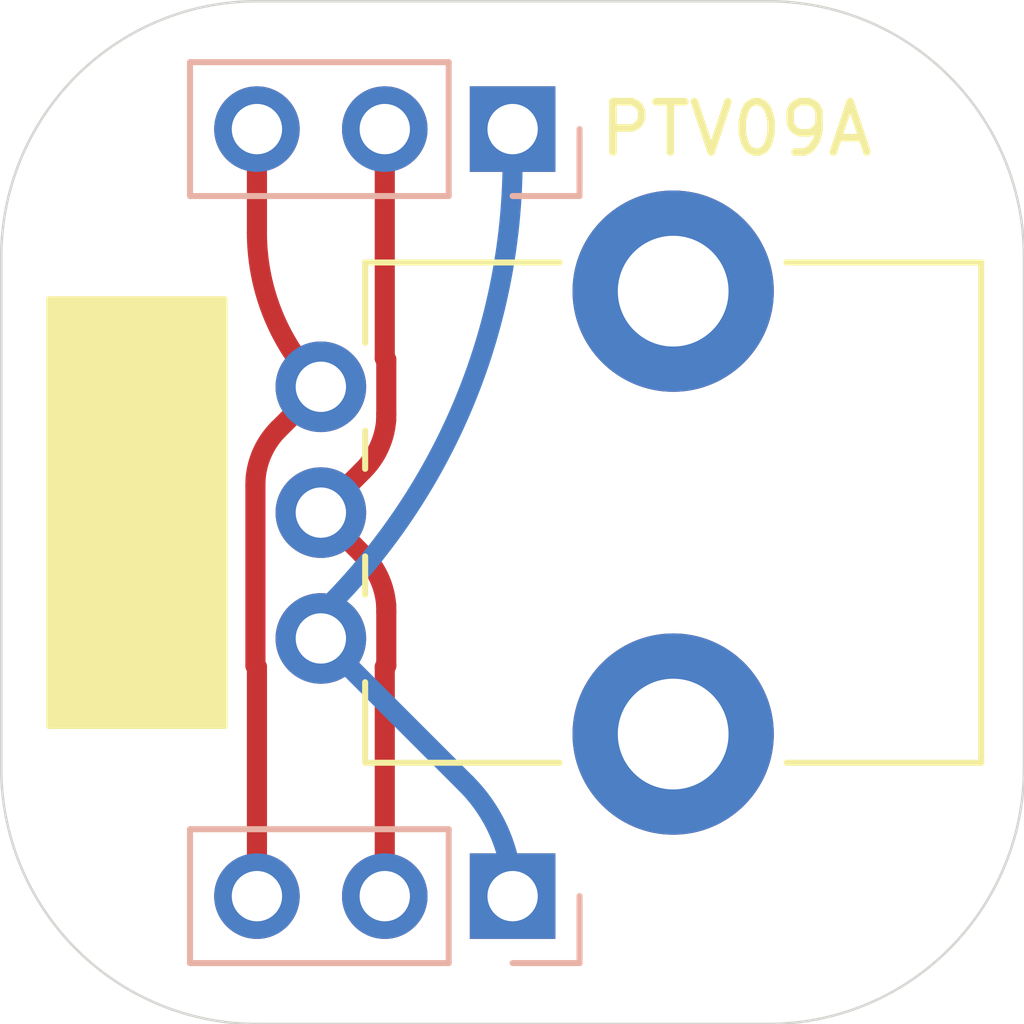
<source format=kicad_pcb>
(kicad_pcb (version 20240108) (generator "pcbnew") (generator_version "8.0")
  (layers (0 "F.Cu" signal) (31 "B.Cu" signal) (34 "B.Paste" user) (35 "F.Paste" user) (36 "B.SilkS" user "B.Silkscreen") (37 "F.SilkS" user "F.Silkscreen") (38 "B.Mask" user) (39 "F.Mask" user) (44 "Edge.Cuts" user))
  (net 0 "")
  (net 1 "2")
  (net 2 "1")
  (net 3 "3")
  (footprint "Potentiometer_THT:Potentiometer_Bourns_PTV09A-1_Single_Vertical" (layer "F.Cu") (at 149.86 106.64)
    (property "Reference" "RV1" (hide yes))
    (property "Value" "PTV09A" (at 8.255 -10.12 0) (layer "F.SilkS"))
    (fp_line (start 0.88 -7.47) (end 0.88 -5.871) (stroke (width 0.12)) (layer "F.SilkS"))
    (fp_line (start 0.88 -7.47) (end 4.745 -7.47) (stroke (width 0.12)) (layer "F.SilkS"))
    (fp_line (start 0.88 -4.129) (end 0.88 -3.37) (stroke (width 0.12)) (layer "F.SilkS"))
    (fp_line (start 0.88 -1.629) (end 0.88 -0.87) (stroke (width 0.12)) (layer "F.SilkS"))
    (fp_line (start 0.88 0.87) (end 0.88 2.47) (stroke (width 0.12)) (layer "F.SilkS"))
    (fp_line (start 0.88 2.47) (end 4.745 2.47) (stroke (width 0.12)) (layer "F.SilkS"))
    (fp_line (start 9.255 -7.47) (end 13.12 -7.47) (stroke (width 0.12)) (layer "F.SilkS"))
    (fp_line (start 9.255 2.47) (end 13.12 2.47) (stroke (width 0.12)) (layer "F.SilkS"))
    (fp_line (start 13.12 -7.47) (end 13.12 2.47) (stroke (width 0.12)) (layer "F.SilkS"))
    (pad "" np_thru_hole circle (at 7 -6.9) (size 4 4) (drill 2.2) (layers "F&B.Cu" "*.Mask"))
    (pad "" np_thru_hole circle (at 7 1.9) (size 4 4) (drill 2.2) (layers "F&B.Cu" "*.Mask"))
    (pad "1" thru_hole circle (at 0 0) (size 1.8 1.8) (drill 1) (layers "*.Cu" "*.Mask") (net 2 "1"))
    (pad "2" thru_hole circle (at 0 -2.5) (size 1.8 1.8) (drill 1) (layers "*.Cu" "*.Mask") (net 1 "2"))
    (pad "3" thru_hole circle (at 0 -5) (size 1.8 1.8) (drill 1) (layers "*.Cu" "*.Mask") (net 3 "3"))
  )
  (footprint "Connector_PinHeader_2.54mm:PinHeader_1x03_P2.54mm_Vertical" (layer "B.Cu") (at 153.67 111.76 90)
    (property "Reference" "J2" (hide yes))
    (property "Value" "Conn_01x03" (hide yes))
    (fp_line (start 1.33 -6.41) (end -1.33 -6.41) (stroke (width 0.12)) (layer "B.SilkS"))
    (fp_line (start 1.33 -6.41) (end 1.33 -1.27) (stroke (width 0.12)) (layer "B.SilkS"))
    (fp_line (start -1.33 -6.41) (end -1.33 -1.27) (stroke (width 0.12)) (layer "B.SilkS"))
    (fp_line (start 1.33 -1.27) (end -1.33 -1.27) (stroke (width 0.12)) (layer "B.SilkS"))
    (fp_line (start 0 1.33) (end -1.33 1.33) (stroke (width 0.12)) (layer "B.SilkS"))
    (fp_line (start -1.33 1.33) (end -1.33 0) (stroke (width 0.12)) (layer "B.SilkS"))
    (pad "1" thru_hole rect (at 0 0 90) (size 1.7 1.7) (drill 1) (layers "*.Cu" "*.Mask") (net 2 "1"))
    (pad "2" thru_hole oval (at 0 -2.54 90) (size 1.7 1.7) (drill 1) (layers "*.Cu" "*.Mask") (net 1 "2"))
    (pad "3" thru_hole oval (at 0 -5.08 90) (size 1.7 1.7) (drill 1) (layers "*.Cu" "*.Mask") (net 3 "3"))
  )
  (footprint "Connector_PinHeader_2.54mm:PinHeader_1x03_P2.54mm_Vertical" (layer "B.Cu") (at 153.67 96.52 90)
    (property "Reference" "J1" (hide yes))
    (property "Value" "Conn_01x03" (hide yes))
    (fp_line (start 1.33 -6.41) (end -1.33 -6.41) (stroke (width 0.12)) (layer "B.SilkS"))
    (fp_line (start 1.33 -6.41) (end 1.33 -1.27) (stroke (width 0.12)) (layer "B.SilkS"))
    (fp_line (start -1.33 -6.41) (end -1.33 -1.27) (stroke (width 0.12)) (layer "B.SilkS"))
    (fp_line (start 1.33 -1.27) (end -1.33 -1.27) (stroke (width 0.12)) (layer "B.SilkS"))
    (fp_line (start 0 1.33) (end -1.33 1.33) (stroke (width 0.12)) (layer "B.SilkS"))
    (fp_line (start -1.33 1.33) (end -1.33 0) (stroke (width 0.12)) (layer "B.SilkS"))
    (pad "1" thru_hole rect (at 0 0 90) (size 1.7 1.7) (drill 1) (layers "*.Cu" "*.Mask") (net 2 "1"))
    (pad "2" thru_hole oval (at 0 -2.54 90) (size 1.7 1.7) (drill 1) (layers "*.Cu" "*.Mask") (net 1 "2"))
    (pad "3" thru_hole oval (at 0 -5.08 90) (size 1.7 1.7) (drill 1) (layers "*.Cu" "*.Mask") (net 3 "3"))
  )
  (gr_rect (start 144.455 99.89) (end 147.955 108.39) (stroke (width 0.1)) (fill solid) (layer "F.SilkS"))
  (gr_line (start 143.51 109.22) (end 143.51 99.06) (stroke (width 0.05)) (layer "Edge.Cuts"))
  (gr_arc (start 143.51 99.06) (mid 144.997898 95.467898) (end 148.59 93.98) (stroke (width 0.05)) (layer "Edge.Cuts"))
  (gr_arc (start 163.83 109.22) (mid 162.342102 112.812102) (end 158.75 114.3) (stroke (width 0.05)) (layer "Edge.Cuts"))
  (gr_arc (start 158.75 93.98) (mid 162.342102 95.467898) (end 163.83 99.06) (stroke (width 0.05)) (layer "Edge.Cuts"))
  (gr_line (start 158.75 114.3) (end 148.59 114.3) (stroke (width 0.05)) (layer "Edge.Cuts"))
  (gr_line (start 163.83 99.06) (end 163.83 109.22) (stroke (width 0.05)) (layer "Edge.Cuts"))
  (gr_line (start 148.59 93.98) (end 158.75 93.98) (stroke (width 0.05)) (layer "Edge.Cuts"))
  (gr_arc (start 148.59 114.3) (mid 144.997898 112.812102) (end 143.51 109.22) (stroke (width 0.05)) (layer "Edge.Cuts"))
  (segment (start 151.16 107.178478) (end 151.16 106.101522) (width 0.4) (layer "F.Cu") (net 1))
  (segment (start 151.16 101.101522) (end 151.16 102.178478) (width 0.4) (layer "F.Cu") (net 1))
  (segment (start 151.13 96.52) (end 151.13 101.071522) (width 0.4) (layer "F.Cu") (net 1))
  (segment (start 151.16 106.101522) (end 151.15754 105.976024) (width 0.4) (layer "F.Cu") (net 1))
  (segment (start 151.16 102.178478) (end 151.15754 102.303976) (width 0.4) (layer "F.Cu") (net 1))
  (segment (start 150.692233 104.972234) (end 149.86 104.14) (width 0.4) (layer "F.Cu") (net 1))
  (segment (start 151.13 107.208478) (end 151.16 107.178478) (width 0.4) (layer "F.Cu") (net 1))
  (segment (start 151.13 101.071522) (end 151.16 101.101522) (width 0.4) (layer "F.Cu") (net 1))
  (segment (start 150.692233 103.307766) (end 149.86 104.14) (width 0.4) (layer "F.Cu") (net 1))
  (segment (start 151.13 111.76) (end 151.13 107.208478) (width 0.4) (layer "F.Cu") (net 1))
  (arc (start 151.15754 105.976024) (mid 151.015553 105.431858) (end 150.692233 104.972234) (width 0.4) (layer "F.Cu") (net 1))
  (arc (start 151.15754 102.303976) (mid 151.015553 102.848142) (end 150.692233 103.307766) (width 0.4) (layer "F.Cu") (net 1))
  (segment (start 149.86 106.64) (end 149.862461 106.514502) (width 0.4) (layer "B.Cu") (net 2))
  (segment (start 153.67 97.11771) (end 153.67 96.52) (width 0.4) (layer "B.Cu") (net 2))
  (segment (start 149.862461 106.514502) (end 149.901725 106.266597) (width 0.4) (layer "B.Cu") (net 2))
  (segment (start 149.901725 106.266597) (end 149.979284 106.027886) (width 0.4) (layer "B.Cu") (net 2))
  (segment (start 149.86 106.64) (end 152.74369 109.52369) (width 0.4) (layer "B.Cu") (net 2))
  (arc (start 152.74369 109.52369) (mid 153.42926 110.549718) (end 153.67 111.76) (width 0.4) (layer "B.Cu") (net 2))
  (arc (start 149.979284 106.027886) (mid 152.710814 101.939862) (end 153.67 97.11771) (width 0.4) (layer "B.Cu") (net 2))
  (segment (start 148.56 107.178478) (end 148.56 103.601522) (width 0.4) (layer "F.Cu") (net 3))
  (segment (start 148.56 103.601522) (end 148.56246 103.476024) (width 0.4) (layer "F.Cu") (net 3))
  (segment (start 148.59 107.208478) (end 148.56 107.178478) (width 0.4) (layer "F.Cu") (net 3))
  (segment (start 148.59 111.76) (end 148.59 107.208478) (width 0.4) (layer "F.Cu") (net 3))
  (segment (start 149.027767 102.472234) (end 149.86 101.64) (width 0.4) (layer "F.Cu") (net 3))
  (segment (start 148.59 96.52) (end 148.59 98.573949) (width 0.4) (layer "F.Cu") (net 3))
  (arc (start 148.59 98.573949) (mid 148.920063 100.233283) (end 149.86 101.64) (width 0.4) (layer "F.Cu") (net 3))
  (arc (start 148.56246 103.476024) (mid 148.704447 102.931858) (end 149.027767 102.472234) (width 0.4) (layer "F.Cu") (net 3))
)
</source>
